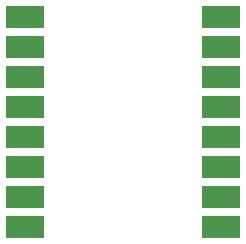
<source format=gbp>
G04 #@! TF.GenerationSoftware,KiCad,Pcbnew,8.0.2-1*
G04 #@! TF.CreationDate,2024-11-27T21:54:45+07:00*
G04 #@! TF.ProjectId,v1,76312e6b-6963-4616-945f-706362585858,rev?*
G04 #@! TF.SameCoordinates,Original*
G04 #@! TF.FileFunction,Paste,Bot*
G04 #@! TF.FilePolarity,Positive*
%FSLAX46Y46*%
G04 Gerber Fmt 4.6, Leading zero omitted, Abs format (unit mm)*
G04 Created by KiCad (PCBNEW 8.0.2-1) date 2024-11-27 21:54:45*
%MOMM*%
%LPD*%
G01*
G04 APERTURE LIST*
%ADD10R,3.250000X1.905000*%
G04 APERTURE END LIST*
D10*
X151550000Y-83500000D03*
X151550000Y-86040000D03*
X151550000Y-88580000D03*
X151550000Y-91120000D03*
X151550000Y-93660000D03*
X151550000Y-96200000D03*
X151550000Y-98740000D03*
X151550000Y-101280000D03*
X134950000Y-101280000D03*
X134950000Y-98740000D03*
X134950000Y-96200000D03*
X134950000Y-93660000D03*
X134950000Y-91120000D03*
X134950000Y-88580000D03*
X134950000Y-86040000D03*
X134950000Y-83500000D03*
M02*

</source>
